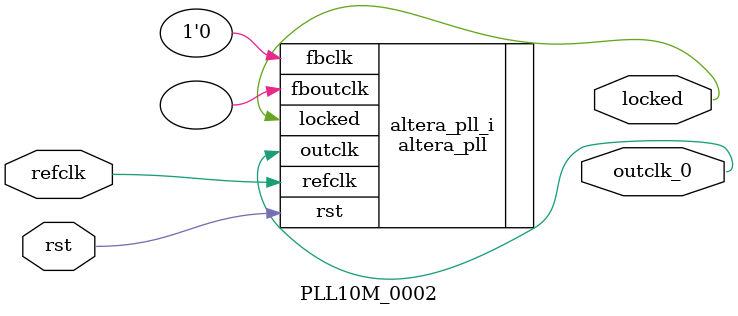
<source format=v>
`timescale 1ns/10ps
module  PLL10M_0002(

	// interface 'refclk'
	input wire refclk,

	// interface 'reset'
	input wire rst,

	// interface 'outclk0'
	output wire outclk_0,

	// interface 'locked'
	output wire locked
);

	altera_pll #(
		.fractional_vco_multiplier("false"),
		.reference_clock_frequency("50.0 MHz"),
		.operation_mode("direct"),
		.number_of_clocks(1),
		.output_clock_frequency0("10.000000 MHz"),
		.phase_shift0("0 ps"),
		.duty_cycle0(50),
		.output_clock_frequency1("0 MHz"),
		.phase_shift1("0 ps"),
		.duty_cycle1(50),
		.output_clock_frequency2("0 MHz"),
		.phase_shift2("0 ps"),
		.duty_cycle2(50),
		.output_clock_frequency3("0 MHz"),
		.phase_shift3("0 ps"),
		.duty_cycle3(50),
		.output_clock_frequency4("0 MHz"),
		.phase_shift4("0 ps"),
		.duty_cycle4(50),
		.output_clock_frequency5("0 MHz"),
		.phase_shift5("0 ps"),
		.duty_cycle5(50),
		.output_clock_frequency6("0 MHz"),
		.phase_shift6("0 ps"),
		.duty_cycle6(50),
		.output_clock_frequency7("0 MHz"),
		.phase_shift7("0 ps"),
		.duty_cycle7(50),
		.output_clock_frequency8("0 MHz"),
		.phase_shift8("0 ps"),
		.duty_cycle8(50),
		.output_clock_frequency9("0 MHz"),
		.phase_shift9("0 ps"),
		.duty_cycle9(50),
		.output_clock_frequency10("0 MHz"),
		.phase_shift10("0 ps"),
		.duty_cycle10(50),
		.output_clock_frequency11("0 MHz"),
		.phase_shift11("0 ps"),
		.duty_cycle11(50),
		.output_clock_frequency12("0 MHz"),
		.phase_shift12("0 ps"),
		.duty_cycle12(50),
		.output_clock_frequency13("0 MHz"),
		.phase_shift13("0 ps"),
		.duty_cycle13(50),
		.output_clock_frequency14("0 MHz"),
		.phase_shift14("0 ps"),
		.duty_cycle14(50),
		.output_clock_frequency15("0 MHz"),
		.phase_shift15("0 ps"),
		.duty_cycle15(50),
		.output_clock_frequency16("0 MHz"),
		.phase_shift16("0 ps"),
		.duty_cycle16(50),
		.output_clock_frequency17("0 MHz"),
		.phase_shift17("0 ps"),
		.duty_cycle17(50),
		.pll_type("General"),
		.pll_subtype("General")
	) altera_pll_i (
		.rst	(rst),
		.outclk	({outclk_0}),
		.locked	(locked),
		.fboutclk	( ),
		.fbclk	(1'b0),
		.refclk	(refclk)
	);
endmodule


</source>
